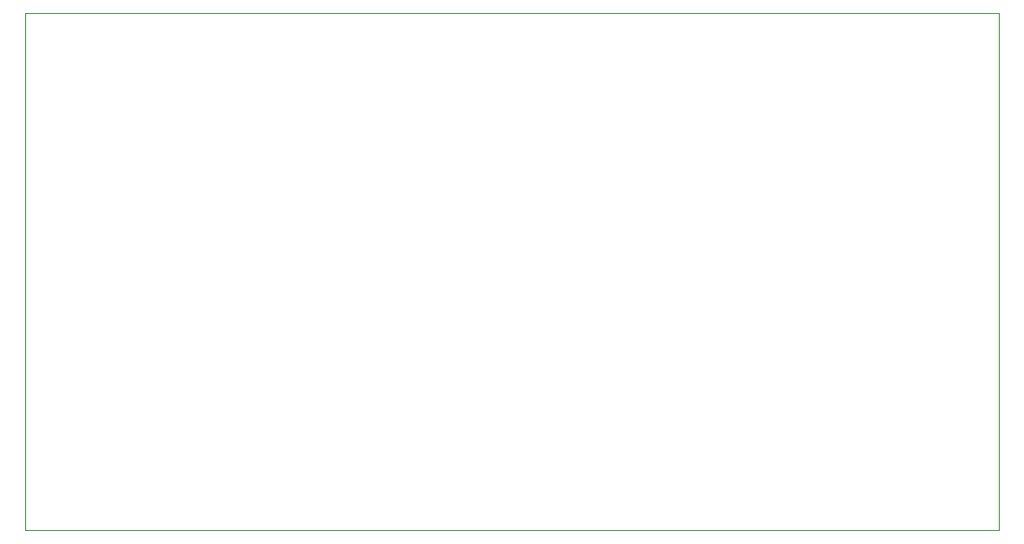
<source format=gbr>
G04 #@! TF.FileFunction,Profile,NP*
%FSLAX46Y46*%
G04 Gerber Fmt 4.6, Leading zero omitted, Abs format (unit mm)*
G04 Created by KiCad (PCBNEW 4.0.5) date 03/30/17 17:24:31*
%MOMM*%
%LPD*%
G01*
G04 APERTURE LIST*
%ADD10C,0.100000*%
G04 APERTURE END LIST*
D10*
X33000000Y-74000000D02*
X33000000Y-27000000D01*
X121500000Y-74000000D02*
X33000000Y-74000000D01*
X121500000Y-27000000D02*
X121500000Y-74000000D01*
X33000000Y-27000000D02*
X121500000Y-27000000D01*
M02*

</source>
